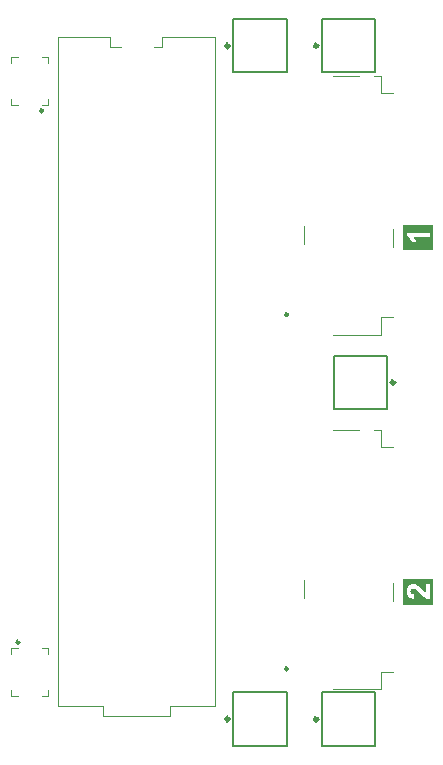
<source format=gto>
G04*
G04 #@! TF.GenerationSoftware,Altium Limited,Altium NEXUS,4.1.1 (18)*
G04*
G04 Layer_Color=65535*
%FSLAX44Y44*%
%MOMM*%
G71*
G04*
G04 #@! TF.SameCoordinates,414CCE93-DEC9-4F78-9D08-55E8399EB41D*
G04*
G04*
G04 #@! TF.FilePolarity,Positive*
G04*
G01*
G75*
%ADD10C,0.3000*%
%ADD11C,0.2500*%
%ADD12C,0.2000*%
%ADD13C,0.1250*%
G36*
X231505Y421691D02*
X206505D01*
Y443691D01*
X231505D01*
Y421691D01*
D02*
G37*
G36*
X231533Y121835D02*
X206533D01*
Y143835D01*
X231533D01*
Y121835D01*
D02*
G37*
%LPC*%
G36*
X228665Y436902D02*
X209345D01*
Y433903D01*
X209670Y433778D01*
X209995Y433628D01*
X210570Y433278D01*
X211095Y432903D01*
X211570Y432503D01*
X211919Y432153D01*
X212094Y432003D01*
X212219Y431853D01*
X212319Y431728D01*
X212394Y431654D01*
X212419Y431604D01*
X212444Y431578D01*
X212894Y430954D01*
X213269Y430379D01*
X213594Y429854D01*
X213819Y429404D01*
X213994Y429029D01*
X214069Y428854D01*
X214119Y428729D01*
X214169Y428629D01*
X214194Y428554D01*
X214219Y428504D01*
Y428479D01*
X217568D01*
X217193Y429454D01*
X216743Y430379D01*
X216518Y430779D01*
X216293Y431179D01*
X216068Y431553D01*
X215844Y431878D01*
X215618Y432178D01*
X215444Y432453D01*
X215244Y432678D01*
X215094Y432878D01*
X214969Y433028D01*
X214869Y433128D01*
X214819Y433203D01*
X214794Y433228D01*
X228665D01*
Y428479D01*
D01*
Y436902D01*
D02*
G37*
G36*
X228693Y139283D02*
X225269D01*
Y131960D01*
X224919Y132185D01*
X224594Y132435D01*
X224470Y132535D01*
X224370Y132635D01*
X224294Y132685D01*
X224270Y132710D01*
X224170Y132810D01*
X224020Y132935D01*
X223720Y133260D01*
X223370Y133610D01*
X223020Y133985D01*
X222670Y134335D01*
X222395Y134635D01*
X222295Y134760D01*
X222220Y134834D01*
X222170Y134885D01*
X222145Y134909D01*
X221845Y135234D01*
X221570Y135509D01*
X221070Y136034D01*
X220646Y136434D01*
X220296Y136784D01*
X220021Y137034D01*
X219821Y137209D01*
X219721Y137309D01*
X219671Y137334D01*
X219196Y137684D01*
X218746Y137984D01*
X218346Y138234D01*
X217971Y138459D01*
X217671Y138609D01*
X217421Y138708D01*
X217271Y138784D01*
X217246Y138808D01*
X217221D01*
X216772Y138958D01*
X216347Y139083D01*
X215922Y139158D01*
X215547Y139233D01*
X215222Y139258D01*
X214972Y139283D01*
X216637D01*
X214747D01*
X214322Y139258D01*
X213922Y139208D01*
X213547Y139133D01*
X213172Y139033D01*
X212523Y138758D01*
X212248Y138633D01*
X211973Y138484D01*
X211723Y138309D01*
X211523Y138184D01*
X211348Y138034D01*
X211198Y137909D01*
X211073Y137809D01*
X210998Y137734D01*
X210948Y137684D01*
X210923Y137659D01*
X210648Y137334D01*
X210423Y137009D01*
X210198Y136634D01*
X210023Y136284D01*
X209873Y135909D01*
X209748Y135534D01*
X209573Y134810D01*
X209498Y134485D01*
X209448Y134185D01*
X209423Y133885D01*
X209398Y133660D01*
X209373Y133460D01*
Y133185D01*
X209398Y132710D01*
X209423Y132260D01*
X209498Y131810D01*
X209573Y131410D01*
X209673Y131035D01*
X209798Y130686D01*
X209923Y130336D01*
X210023Y130061D01*
X210148Y129786D01*
X210273Y129536D01*
X210398Y129336D01*
X210498Y129161D01*
X210573Y129036D01*
X210648Y128936D01*
X210673Y128886D01*
X210698Y128861D01*
X210973Y128561D01*
X211273Y128286D01*
X211598Y128036D01*
X211948Y127811D01*
X212298Y127611D01*
X212673Y127461D01*
X213372Y127186D01*
X213722Y127086D01*
X214047Y127011D01*
X214322Y126937D01*
X214572Y126887D01*
X214772Y126861D01*
X214947Y126837D01*
X215047Y126812D01*
X215072D01*
X215422Y130486D01*
X214872Y130561D01*
X214397Y130661D01*
X213997Y130786D01*
X213672Y130911D01*
X213422Y131035D01*
X213247Y131160D01*
X213147Y131235D01*
X213122Y131260D01*
X212897Y131535D01*
X212722Y131835D01*
X212598Y132135D01*
X212498Y132435D01*
X212448Y132685D01*
X212423Y132885D01*
Y133085D01*
X212448Y133510D01*
X212523Y133860D01*
X212647Y134185D01*
X212747Y134435D01*
X212873Y134635D01*
X212997Y134784D01*
X213072Y134885D01*
X213097Y134909D01*
X213372Y135134D01*
X213672Y135309D01*
X213997Y135409D01*
X214297Y135509D01*
X214572Y135559D01*
X214797Y135584D01*
X214947D01*
X214972D01*
X214997D01*
X215422Y135559D01*
X215822Y135459D01*
X216197Y135334D01*
X216546Y135209D01*
X216821Y135059D01*
X217046Y134935D01*
X217196Y134834D01*
X217221Y134810D01*
X217246D01*
X217421Y134684D01*
X217621Y134510D01*
X217846Y134335D01*
X218096Y134110D01*
X218596Y133610D01*
X219121Y133085D01*
X219621Y132585D01*
X219821Y132360D01*
X220021Y132160D01*
X220171Y131985D01*
X220296Y131860D01*
X220371Y131785D01*
X220396Y131760D01*
X220920Y131210D01*
X221420Y130711D01*
X221895Y130236D01*
X222320Y129811D01*
X222745Y129436D01*
X223120Y129111D01*
X223470Y128811D01*
X223795Y128536D01*
X224070Y128311D01*
X224319Y128136D01*
X224520Y127986D01*
X224694Y127861D01*
X224844Y127761D01*
X224944Y127686D01*
X224994Y127661D01*
X225019Y127636D01*
X225669Y127286D01*
X226319Y127011D01*
X226944Y126787D01*
X227519Y126612D01*
X227769Y126562D01*
X227994Y126512D01*
X228193Y126462D01*
X228368Y126437D01*
X228493Y126412D01*
X228618Y126387D01*
X209373D01*
X228693D01*
Y139283D01*
D02*
G37*
%LPD*%
D10*
X59000Y25000D02*
G03*
X59000Y25000I-1500J0D01*
G01*
Y595000D02*
G03*
X59000Y595000I-1500J0D01*
G01*
X134000Y25000D02*
G03*
X134000Y25000I-1500J0D01*
G01*
Y595000D02*
G03*
X134000Y595000I-1500J0D01*
G01*
X199000Y310000D02*
G03*
X199000Y310000I-1500J0D01*
G01*
D11*
X108750Y67500D02*
G03*
X108750Y67500I-1250J0D01*
G01*
Y367500D02*
G03*
X108750Y367500I-1250J0D01*
G01*
X-98750Y540000D02*
G03*
X-98750Y540000I-1250J0D01*
G01*
X-118750Y90000D02*
G03*
X-118750Y90000I-1250J0D01*
G01*
D12*
X62500Y2500D02*
X107500D01*
Y47500D01*
X62500Y2500D02*
Y47500D01*
X107500D01*
X62500Y572500D02*
X107500D01*
Y617500D01*
X62500Y572500D02*
Y617500D01*
X107500D01*
X137500Y2500D02*
X182500D01*
Y47500D01*
X137500Y2500D02*
Y47500D01*
X182500D01*
X137500Y572500D02*
X182500D01*
Y617500D01*
X137500Y572500D02*
Y617500D01*
X182500D01*
X147500Y332500D02*
X192500D01*
X147500Y287500D02*
Y332500D01*
X192500Y287500D02*
Y332500D01*
X147500Y287500D02*
X192500D01*
D13*
X-48000Y27737D02*
Y36107D01*
X-5000Y593891D02*
X2407D01*
X-41534D02*
X-32500D01*
X46618Y36098D02*
Y602271D01*
X2407Y602274D02*
X46603D01*
X2407Y593891D02*
Y602274D01*
X-41534Y593891D02*
Y602274D01*
X-85743Y602271D02*
X-41534Y602274D01*
X-85730Y36107D02*
Y602271D01*
Y36107D02*
X-48000D01*
Y27737D02*
X8885D01*
Y36107D02*
X46603D01*
X8885Y27737D02*
Y36107D01*
X181481Y269500D02*
X187500D01*
Y255000D02*
Y269500D01*
X197500Y125000D02*
Y140000D01*
X122500Y127500D02*
Y142500D01*
X187500Y255000D02*
X197500D01*
X147250Y269500D02*
X168519D01*
X187500Y65000D02*
X197500D01*
X187500Y50500D02*
Y65000D01*
X147250Y50500D02*
X187500D01*
X181481Y569500D02*
X187500D01*
Y555000D02*
Y569500D01*
X197500Y425000D02*
Y440000D01*
X122500Y427500D02*
Y442500D01*
X187500Y555000D02*
X197500D01*
X147250Y569500D02*
X168519D01*
X187500Y365000D02*
X197500D01*
X187500Y350500D02*
Y365000D01*
X147250Y350500D02*
X187500D01*
X-94500Y544500D02*
Y549750D01*
Y580250D02*
Y585500D01*
X-125500D02*
X-120250D01*
X-99750D02*
X-94500D01*
X-125500Y544500D02*
Y549750D01*
Y580250D02*
Y585500D01*
Y544500D02*
X-120250D01*
X-99750D02*
X-94500D01*
X-125500Y80250D02*
Y85500D01*
Y44500D02*
Y49750D01*
X-99750Y44500D02*
X-94500D01*
X-125500D02*
X-120250D01*
X-94500Y80250D02*
Y85500D01*
Y44500D02*
Y49750D01*
X-99750Y85500D02*
X-94500D01*
X-125500D02*
X-120250D01*
M02*

</source>
